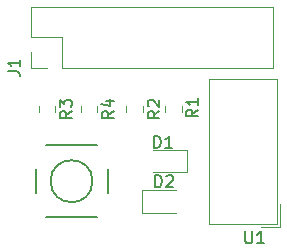
<source format=gbr>
%TF.GenerationSoftware,KiCad,Pcbnew,(5.1.6)-1*%
%TF.CreationDate,2021-03-15T13:43:59-03:00*%
%TF.ProjectId,rasp_hat,72617370-5f68-4617-942e-6b696361645f,Version 1*%
%TF.SameCoordinates,Original*%
%TF.FileFunction,Legend,Top*%
%TF.FilePolarity,Positive*%
%FSLAX46Y46*%
G04 Gerber Fmt 4.6, Leading zero omitted, Abs format (unit mm)*
G04 Created by KiCad (PCBNEW (5.1.6)-1) date 2021-03-15 13:43:59*
%MOMM*%
%LPD*%
G01*
G04 APERTURE LIST*
%ADD10C,0.120000*%
%ADD11C,0.203200*%
%ADD12C,0.150000*%
G04 APERTURE END LIST*
D10*
%TO.C,J1*%
X104962000Y-86420000D02*
X104962000Y-81220000D01*
X87122000Y-86420000D02*
X104962000Y-86420000D01*
X84522000Y-81220000D02*
X104962000Y-81220000D01*
X87122000Y-86420000D02*
X87122000Y-83820000D01*
X87122000Y-83820000D02*
X84522000Y-83820000D01*
X84522000Y-83820000D02*
X84522000Y-81220000D01*
X85852000Y-86420000D02*
X84522000Y-86420000D01*
X84522000Y-86420000D02*
X84522000Y-85090000D01*
%TO.C,D1*%
X97710600Y-93324800D02*
X94850600Y-93324800D01*
X97710600Y-95244800D02*
X97710600Y-93324800D01*
X94850600Y-95244800D02*
X97710600Y-95244800D01*
%TO.C,D2*%
X96749000Y-96728400D02*
X93889000Y-96728400D01*
X93889000Y-96728400D02*
X93889000Y-98648400D01*
X93889000Y-98648400D02*
X96749000Y-98648400D01*
%TO.C,R1*%
X92558800Y-89612948D02*
X92558800Y-90135452D01*
X93978800Y-89612948D02*
X93978800Y-90135452D01*
%TO.C,R2*%
X97280800Y-90135452D02*
X97280800Y-89612948D01*
X95860800Y-90135452D02*
X95860800Y-89612948D01*
%TO.C,R3*%
X86562000Y-89612948D02*
X86562000Y-90135452D01*
X85142000Y-89612948D02*
X85142000Y-90135452D01*
%TO.C,R4*%
X90118000Y-89612948D02*
X90118000Y-90135452D01*
X88698000Y-89612948D02*
X88698000Y-90135452D01*
D11*
%TO.C,SW1*%
X89712800Y-95986600D02*
G75*
G03*
X89712800Y-95986600I-1778000J0D01*
G01*
X84886800Y-94960440D02*
X84886800Y-97002600D01*
X90982800Y-94990920D02*
X90982800Y-97002600D01*
X85775800Y-99034600D02*
X90093800Y-99034600D01*
X90093800Y-92938600D02*
X85775800Y-92938600D01*
D10*
%TO.C,U1*%
X105572800Y-99882000D02*
X103962800Y-99882000D01*
X105572800Y-99882000D02*
X105572800Y-97882000D01*
X105292800Y-87342000D02*
X105292800Y-99592000D01*
X99532800Y-87342000D02*
X105292800Y-87342000D01*
X99532800Y-99602000D02*
X99532800Y-87342000D01*
X105282800Y-99602000D02*
X99542800Y-99602000D01*
%TO.C,J1*%
D12*
X82534380Y-86693333D02*
X83248666Y-86693333D01*
X83391523Y-86740952D01*
X83486761Y-86836190D01*
X83534380Y-86979047D01*
X83534380Y-87074285D01*
X83534380Y-85693333D02*
X83534380Y-86264761D01*
X83534380Y-85979047D02*
X82534380Y-85979047D01*
X82677238Y-86074285D01*
X82772476Y-86169523D01*
X82820095Y-86264761D01*
%TO.C,D1*%
X94918304Y-93162380D02*
X94918304Y-92162380D01*
X95156400Y-92162380D01*
X95299257Y-92210000D01*
X95394495Y-92305238D01*
X95442114Y-92400476D01*
X95489733Y-92590952D01*
X95489733Y-92733809D01*
X95442114Y-92924285D01*
X95394495Y-93019523D01*
X95299257Y-93114761D01*
X95156400Y-93162380D01*
X94918304Y-93162380D01*
X96442114Y-93162380D02*
X95870685Y-93162380D01*
X96156400Y-93162380D02*
X96156400Y-92162380D01*
X96061161Y-92305238D01*
X95965923Y-92400476D01*
X95870685Y-92448095D01*
%TO.C,D2*%
X95010904Y-96490780D02*
X95010904Y-95490780D01*
X95249000Y-95490780D01*
X95391857Y-95538400D01*
X95487095Y-95633638D01*
X95534714Y-95728876D01*
X95582333Y-95919352D01*
X95582333Y-96062209D01*
X95534714Y-96252685D01*
X95487095Y-96347923D01*
X95391857Y-96443161D01*
X95249000Y-96490780D01*
X95010904Y-96490780D01*
X95963285Y-95586019D02*
X96010904Y-95538400D01*
X96106142Y-95490780D01*
X96344238Y-95490780D01*
X96439476Y-95538400D01*
X96487095Y-95586019D01*
X96534714Y-95681257D01*
X96534714Y-95776495D01*
X96487095Y-95919352D01*
X95915666Y-96490780D01*
X96534714Y-96490780D01*
%TO.C,R1*%
X98648780Y-89930266D02*
X98172590Y-90263600D01*
X98648780Y-90501695D02*
X97648780Y-90501695D01*
X97648780Y-90120742D01*
X97696400Y-90025504D01*
X97744019Y-89977885D01*
X97839257Y-89930266D01*
X97982114Y-89930266D01*
X98077352Y-89977885D01*
X98124971Y-90025504D01*
X98172590Y-90120742D01*
X98172590Y-90501695D01*
X98648780Y-88977885D02*
X98648780Y-89549314D01*
X98648780Y-89263600D02*
X97648780Y-89263600D01*
X97791638Y-89358838D01*
X97886876Y-89454076D01*
X97934495Y-89549314D01*
%TO.C,R2*%
X95373180Y-90040866D02*
X94896990Y-90374200D01*
X95373180Y-90612295D02*
X94373180Y-90612295D01*
X94373180Y-90231342D01*
X94420800Y-90136104D01*
X94468419Y-90088485D01*
X94563657Y-90040866D01*
X94706514Y-90040866D01*
X94801752Y-90088485D01*
X94849371Y-90136104D01*
X94896990Y-90231342D01*
X94896990Y-90612295D01*
X94468419Y-89659914D02*
X94420800Y-89612295D01*
X94373180Y-89517057D01*
X94373180Y-89278961D01*
X94420800Y-89183723D01*
X94468419Y-89136104D01*
X94563657Y-89088485D01*
X94658895Y-89088485D01*
X94801752Y-89136104D01*
X95373180Y-89707533D01*
X95373180Y-89088485D01*
%TO.C,R3*%
X87954380Y-90040866D02*
X87478190Y-90374200D01*
X87954380Y-90612295D02*
X86954380Y-90612295D01*
X86954380Y-90231342D01*
X87002000Y-90136104D01*
X87049619Y-90088485D01*
X87144857Y-90040866D01*
X87287714Y-90040866D01*
X87382952Y-90088485D01*
X87430571Y-90136104D01*
X87478190Y-90231342D01*
X87478190Y-90612295D01*
X86954380Y-89707533D02*
X86954380Y-89088485D01*
X87335333Y-89421819D01*
X87335333Y-89278961D01*
X87382952Y-89183723D01*
X87430571Y-89136104D01*
X87525809Y-89088485D01*
X87763904Y-89088485D01*
X87859142Y-89136104D01*
X87906761Y-89183723D01*
X87954380Y-89278961D01*
X87954380Y-89564676D01*
X87906761Y-89659914D01*
X87859142Y-89707533D01*
%TO.C,R4*%
X91510380Y-90040866D02*
X91034190Y-90374200D01*
X91510380Y-90612295D02*
X90510380Y-90612295D01*
X90510380Y-90231342D01*
X90558000Y-90136104D01*
X90605619Y-90088485D01*
X90700857Y-90040866D01*
X90843714Y-90040866D01*
X90938952Y-90088485D01*
X90986571Y-90136104D01*
X91034190Y-90231342D01*
X91034190Y-90612295D01*
X90843714Y-89183723D02*
X91510380Y-89183723D01*
X90462761Y-89421819D02*
X91177047Y-89659914D01*
X91177047Y-89040866D01*
%TO.C,U1*%
X102650895Y-100234380D02*
X102650895Y-101043904D01*
X102698514Y-101139142D01*
X102746133Y-101186761D01*
X102841371Y-101234380D01*
X103031847Y-101234380D01*
X103127085Y-101186761D01*
X103174704Y-101139142D01*
X103222323Y-101043904D01*
X103222323Y-100234380D01*
X104222323Y-101234380D02*
X103650895Y-101234380D01*
X103936609Y-101234380D02*
X103936609Y-100234380D01*
X103841371Y-100377238D01*
X103746133Y-100472476D01*
X103650895Y-100520095D01*
%TD*%
M02*

</source>
